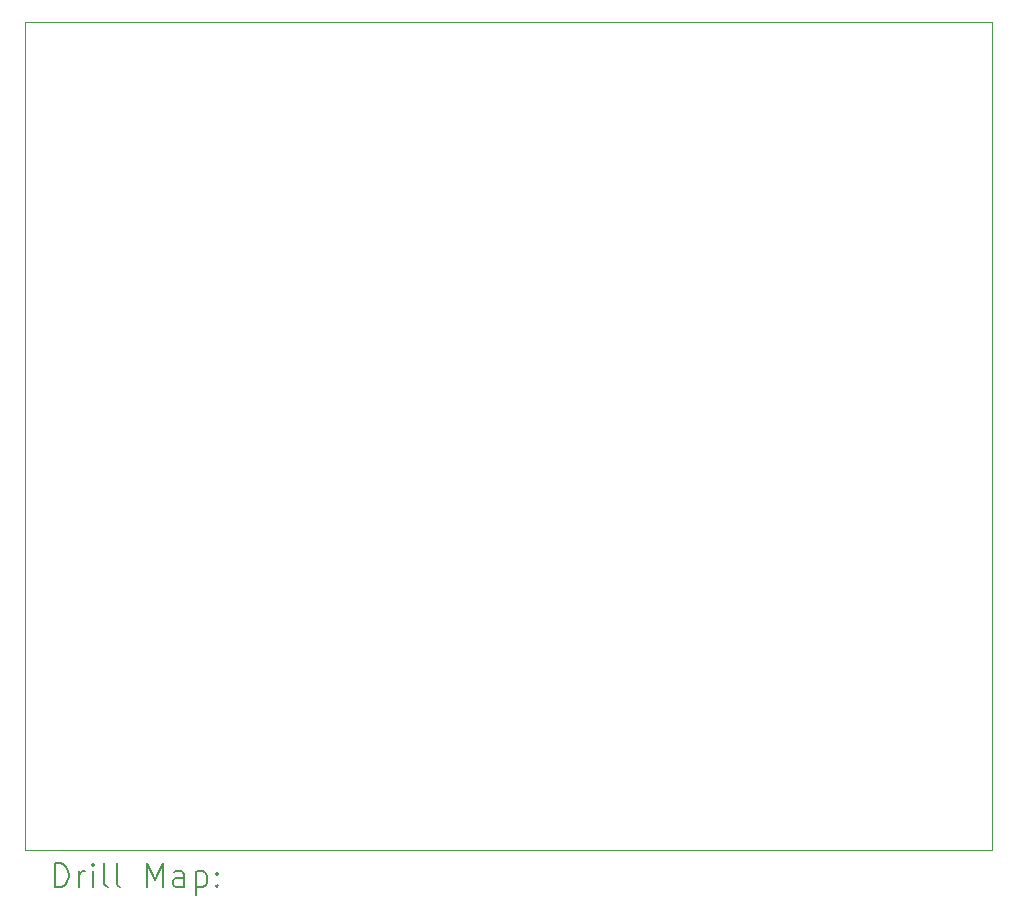
<source format=gbr>
%TF.GenerationSoftware,KiCad,Pcbnew,8.0.6-8.0.6-0~ubuntu24.04.1*%
%TF.CreationDate,2024-10-17T13:47:06+02:00*%
%TF.ProjectId,K3NG-rotator-shield,4b334e47-2d72-46f7-9461-746f722d7368,rev?*%
%TF.SameCoordinates,Original*%
%TF.FileFunction,Drillmap*%
%TF.FilePolarity,Positive*%
%FSLAX45Y45*%
G04 Gerber Fmt 4.5, Leading zero omitted, Abs format (unit mm)*
G04 Created by KiCad (PCBNEW 8.0.6-8.0.6-0~ubuntu24.04.1) date 2024-10-17 13:47:06*
%MOMM*%
%LPD*%
G01*
G04 APERTURE LIST*
%ADD10C,0.050000*%
%ADD11C,0.200000*%
G04 APERTURE END LIST*
D10*
X2580000Y-3410000D02*
X10770000Y-3410000D01*
X10770000Y-10420000D01*
X2580000Y-10420000D01*
X2580000Y-3410000D01*
D11*
X2838277Y-10733984D02*
X2838277Y-10533984D01*
X2838277Y-10533984D02*
X2885896Y-10533984D01*
X2885896Y-10533984D02*
X2914467Y-10543508D01*
X2914467Y-10543508D02*
X2933515Y-10562555D01*
X2933515Y-10562555D02*
X2943039Y-10581603D01*
X2943039Y-10581603D02*
X2952562Y-10619698D01*
X2952562Y-10619698D02*
X2952562Y-10648270D01*
X2952562Y-10648270D02*
X2943039Y-10686365D01*
X2943039Y-10686365D02*
X2933515Y-10705412D01*
X2933515Y-10705412D02*
X2914467Y-10724460D01*
X2914467Y-10724460D02*
X2885896Y-10733984D01*
X2885896Y-10733984D02*
X2838277Y-10733984D01*
X3038277Y-10733984D02*
X3038277Y-10600650D01*
X3038277Y-10638746D02*
X3047801Y-10619698D01*
X3047801Y-10619698D02*
X3057324Y-10610174D01*
X3057324Y-10610174D02*
X3076372Y-10600650D01*
X3076372Y-10600650D02*
X3095420Y-10600650D01*
X3162086Y-10733984D02*
X3162086Y-10600650D01*
X3162086Y-10533984D02*
X3152562Y-10543508D01*
X3152562Y-10543508D02*
X3162086Y-10553031D01*
X3162086Y-10553031D02*
X3171610Y-10543508D01*
X3171610Y-10543508D02*
X3162086Y-10533984D01*
X3162086Y-10533984D02*
X3162086Y-10553031D01*
X3285896Y-10733984D02*
X3266848Y-10724460D01*
X3266848Y-10724460D02*
X3257324Y-10705412D01*
X3257324Y-10705412D02*
X3257324Y-10533984D01*
X3390658Y-10733984D02*
X3371610Y-10724460D01*
X3371610Y-10724460D02*
X3362086Y-10705412D01*
X3362086Y-10705412D02*
X3362086Y-10533984D01*
X3619229Y-10733984D02*
X3619229Y-10533984D01*
X3619229Y-10533984D02*
X3685896Y-10676841D01*
X3685896Y-10676841D02*
X3752562Y-10533984D01*
X3752562Y-10533984D02*
X3752562Y-10733984D01*
X3933515Y-10733984D02*
X3933515Y-10629222D01*
X3933515Y-10629222D02*
X3923991Y-10610174D01*
X3923991Y-10610174D02*
X3904943Y-10600650D01*
X3904943Y-10600650D02*
X3866848Y-10600650D01*
X3866848Y-10600650D02*
X3847801Y-10610174D01*
X3933515Y-10724460D02*
X3914467Y-10733984D01*
X3914467Y-10733984D02*
X3866848Y-10733984D01*
X3866848Y-10733984D02*
X3847801Y-10724460D01*
X3847801Y-10724460D02*
X3838277Y-10705412D01*
X3838277Y-10705412D02*
X3838277Y-10686365D01*
X3838277Y-10686365D02*
X3847801Y-10667317D01*
X3847801Y-10667317D02*
X3866848Y-10657793D01*
X3866848Y-10657793D02*
X3914467Y-10657793D01*
X3914467Y-10657793D02*
X3933515Y-10648270D01*
X4028753Y-10600650D02*
X4028753Y-10800650D01*
X4028753Y-10610174D02*
X4047801Y-10600650D01*
X4047801Y-10600650D02*
X4085896Y-10600650D01*
X4085896Y-10600650D02*
X4104943Y-10610174D01*
X4104943Y-10610174D02*
X4114467Y-10619698D01*
X4114467Y-10619698D02*
X4123991Y-10638746D01*
X4123991Y-10638746D02*
X4123991Y-10695889D01*
X4123991Y-10695889D02*
X4114467Y-10714936D01*
X4114467Y-10714936D02*
X4104943Y-10724460D01*
X4104943Y-10724460D02*
X4085896Y-10733984D01*
X4085896Y-10733984D02*
X4047801Y-10733984D01*
X4047801Y-10733984D02*
X4028753Y-10724460D01*
X4209705Y-10714936D02*
X4219229Y-10724460D01*
X4219229Y-10724460D02*
X4209705Y-10733984D01*
X4209705Y-10733984D02*
X4200182Y-10724460D01*
X4200182Y-10724460D02*
X4209705Y-10714936D01*
X4209705Y-10714936D02*
X4209705Y-10733984D01*
X4209705Y-10610174D02*
X4219229Y-10619698D01*
X4219229Y-10619698D02*
X4209705Y-10629222D01*
X4209705Y-10629222D02*
X4200182Y-10619698D01*
X4200182Y-10619698D02*
X4209705Y-10610174D01*
X4209705Y-10610174D02*
X4209705Y-10629222D01*
M02*

</source>
